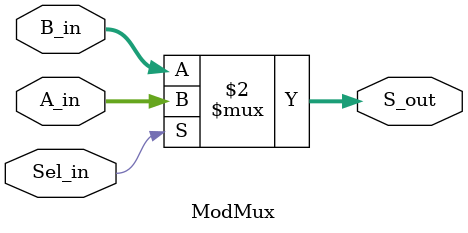
<source format=v>
 `timescale 1 ns/1 ps                             
 module ModMux(S_out,                             
               A_in,                              
 		      B_in,                                 
 			  Sel_in                                
               ) ;                                
 parameter P_WIDTH     = 64 ;                     
                                                  
 output[P_WIDTH-1:0] S_out ;                      
                                                  
 input [P_WIDTH-1:0] A_in ;                       
 input [P_WIDTH-1:0] B_in ;                       
 input               Sel_in ;                     
                                                  
 	//                                              
 	assign S_out = (Sel_in==1'b1) ? A_in : B_in ;   
 	                                                
 	                                                
 endmodule                                        

</source>
